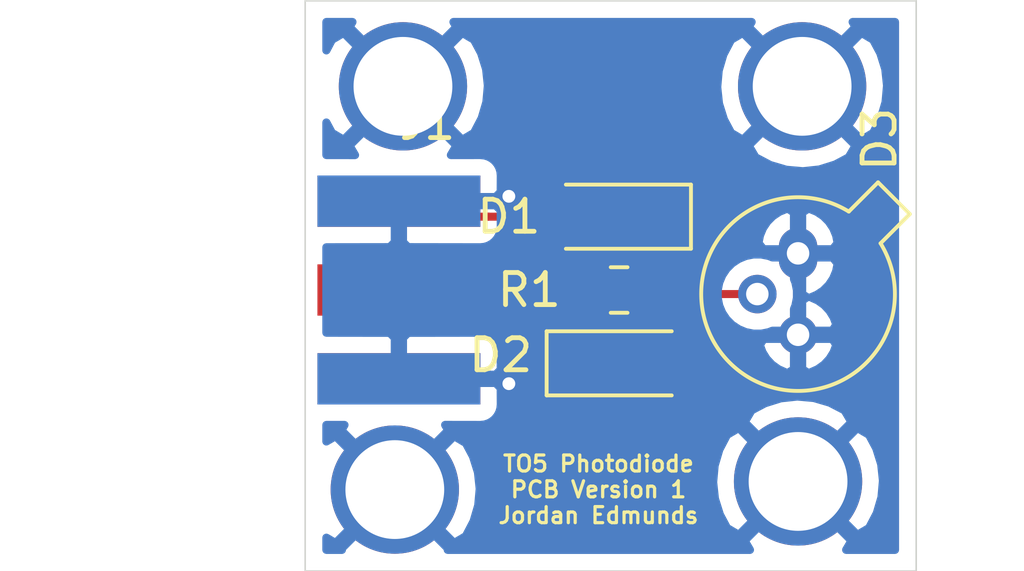
<source format=kicad_pcb>
(kicad_pcb (version 20171130) (host pcbnew "(5.1.6-0-10_14)")

  (general
    (thickness 1.6)
    (drawings 5)
    (tracks 26)
    (zones 0)
    (modules 9)
    (nets 4)
  )

  (page A4)
  (layers
    (0 F.Cu signal)
    (31 B.Cu signal)
    (32 B.Adhes user)
    (33 F.Adhes user)
    (34 B.Paste user)
    (35 F.Paste user)
    (36 B.SilkS user)
    (37 F.SilkS user)
    (38 B.Mask user)
    (39 F.Mask user)
    (40 Dwgs.User user)
    (41 Cmts.User user)
    (42 Eco1.User user)
    (43 Eco2.User user)
    (44 Edge.Cuts user)
    (45 Margin user)
    (46 B.CrtYd user)
    (47 F.CrtYd user)
    (48 B.Fab user)
    (49 F.Fab user)
  )

  (setup
    (last_trace_width 0.25)
    (trace_clearance 0.2)
    (zone_clearance 0.508)
    (zone_45_only no)
    (trace_min 0.2)
    (via_size 0.8)
    (via_drill 0.4)
    (via_min_size 0.4)
    (via_min_drill 0.3)
    (uvia_size 0.3)
    (uvia_drill 0.1)
    (uvias_allowed no)
    (uvia_min_size 0.2)
    (uvia_min_drill 0.1)
    (edge_width 0.05)
    (segment_width 0.2)
    (pcb_text_width 0.3)
    (pcb_text_size 1.5 1.5)
    (mod_edge_width 0.12)
    (mod_text_size 1 1)
    (mod_text_width 0.15)
    (pad_size 1.524 1.524)
    (pad_drill 0.762)
    (pad_to_mask_clearance 0.05)
    (aux_axis_origin 0 0)
    (visible_elements FFFFFF7F)
    (pcbplotparams
      (layerselection 0x010fc_ffffffff)
      (usegerberextensions false)
      (usegerberattributes true)
      (usegerberadvancedattributes true)
      (creategerberjobfile true)
      (excludeedgelayer true)
      (linewidth 0.100000)
      (plotframeref false)
      (viasonmask false)
      (mode 1)
      (useauxorigin false)
      (hpglpennumber 1)
      (hpglpenspeed 20)
      (hpglpendiameter 15.000000)
      (psnegative false)
      (psa4output false)
      (plotreference true)
      (plotvalue true)
      (plotinvisibletext false)
      (padsonsilk false)
      (subtractmaskfromsilk false)
      (outputformat 1)
      (mirror false)
      (drillshape 0)
      (scaleselection 1)
      (outputdirectory "gerbers"))
  )

  (net 0 "")
  (net 1 GND)
  (net 2 "Net-(D1-Pad1)")
  (net 3 "Net-(J1-Pad1)")

  (net_class Default "This is the default net class."
    (clearance 0.2)
    (trace_width 0.25)
    (via_dia 0.8)
    (via_drill 0.4)
    (uvia_dia 0.3)
    (uvia_drill 0.1)
    (add_net GND)
    (add_net "Net-(D1-Pad1)")
    (add_net "Net-(J1-Pad1)")
  )

  (module my_library_foot:CON-SMA-EDGE-S (layer F.Cu) (tedit 5F90BEC2) (tstamp 5F916A58)
    (at 140.531 94.615)
    (descr "Molex SMA RF Connectors, Edge Mount, (http://www.molex.com/pdm_docs/sd/732511150_sd.pdf)")
    (tags "sma edge")
    (path /5F998B03)
    (attr smd)
    (fp_text reference J1 (at -0.831 -5.207) (layer F.SilkS)
      (effects (font (size 1 1) (thickness 0.15)))
    )
    (fp_text value Conn_Coaxial (at -1.72 -7.11) (layer F.Fab)
      (effects (font (size 1 1) (thickness 0.15)))
    )
    (fp_text user %R (at -1.5 7) (layer F.Fab)
      (effects (font (size 1 1) (thickness 0.15)))
    )
    (fp_line (start -4.191 3.1595) (end -0.381 3.1595) (layer F.Fab) (width 0.12))
    (fp_line (start -0.381 2.3495) (end -0.381 3.1595) (layer F.Fab) (width 0.12))
    (fp_line (start -4.191 2.3495) (end -0.381 2.3495) (layer F.Fab) (width 0.12))
    (fp_line (start -4.191 0.3655) (end -0.381 0.3655) (layer F.Fab) (width 0.12))
    (fp_line (start -0.381 -0.4445) (end -0.381 0.3655) (layer F.Fab) (width 0.12))
    (fp_line (start -4.191 -0.4445) (end -0.381 -0.4445) (layer F.Fab) (width 0.12))
    (fp_line (start -0.4445 -3.2385) (end -0.4445 -2.4285) (layer F.Fab) (width 0.12))
    (fp_line (start -4.2545 -2.4285) (end -0.4445 -2.4285) (layer F.Fab) (width 0.12))
    (fp_line (start -4.2545 -3.2385) (end -0.4445 -3.2385) (layer F.Fab) (width 0.12))
    (fp_line (start -4.2545 -3.2385) (end -4.2555 3.175) (layer F.Fab) (width 0.12))
    (fp_line (start -5.9055 3.175) (end -4.2555 3.175) (layer F.Fab) (width 0.12))
    (fp_line (start -5.9055 -3.2385) (end -4.2555 -3.2385) (layer F.Fab) (width 0.12))
    (fp_line (start -5.9055 -3.18) (end -5.9055 3.18) (layer F.Fab) (width 0.12))
    (fp_line (start 1.5856 0.25) (end 1.5856 -0.25) (layer F.Fab) (width 0.1))
    (fp_line (start 1.0856 0) (end 1.5856 0.25) (layer F.Fab) (width 0.1))
    (fp_line (start 1.5856 -0.25) (end 1.0856 0) (layer F.Fab) (width 0.1))
    (fp_line (start -13.79 -2.65) (end -5.98 -2.65) (layer F.Fab) (width 0.1))
    (fp_line (start -13.79 -2.65) (end -13.79 2.65) (layer F.Fab) (width 0.1))
    (fp_line (start -13.79 2.65) (end -5.91 2.65) (layer F.Fab) (width 0.1))
    (fp_line (start 0.889 -3.683) (end 0.889 3.81) (layer F.CrtYd) (width 0.12))
    (fp_line (start 0.889 3.81) (end -14.097 3.81) (layer F.CrtYd) (width 0.12))
    (fp_line (start -14.097 3.81) (end -14.097 -3.683) (layer F.CrtYd) (width 0.12))
    (fp_line (start -14.097 -3.683) (end 0.889 -3.683) (layer F.CrtYd) (width 0.12))
    (fp_line (start -14.097 -3.683) (end 0.889 -3.683) (layer B.CrtYd) (width 0.12))
    (fp_line (start 0.889 -3.683) (end 0.889 3.81) (layer B.CrtYd) (width 0.12))
    (fp_line (start 0.889 3.81) (end -14.097 3.81) (layer B.CrtYd) (width 0.12))
    (fp_line (start -14.097 3.81) (end -14.097 -3.683) (layer B.CrtYd) (width 0.12))
    (pad 2 smd rect (at -1.72 2.77) (size 5.08 1.6) (layers B.Cu B.Paste B.Mask)
      (net 1 GND))
    (pad 2 smd rect (at -1.72 -2.77) (size 5.08 1.6) (layers B.Cu B.Paste B.Mask)
      (net 1 GND))
    (pad 2 smd rect (at -1.72 2.77) (size 5.08 1.6) (layers F.Cu F.Paste F.Mask)
      (net 1 GND))
    (pad 2 smd rect (at -1.72 -2.77) (size 5.08 1.6) (layers F.Cu F.Paste F.Mask)
      (net 1 GND))
    (pad 1 smd rect (at -1.72 0) (size 5.08 1.6) (layers F.Cu F.Paste F.Mask)
      (net 3 "Net-(J1-Pad1)"))
    (model ${KISYS3DMOD}/Connector_Coaxial.3dshapes/SMA_Molex_73251-1153_EdgeMount_Horizontal.wrl
      (at (xyz 0 0 0))
      (scale (xyz 1 1 1))
      (rotate (xyz 0 0 0))
    )
  )

  (module my_library_foot:m3_mounting_hole (layer F.Cu) (tedit 5F2DD124) (tstamp 5F916633)
    (at 151.384 88.265)
    (path /5F9A7151)
    (fp_text reference H4 (at 0 0.5) (layer F.SilkS) hide
      (effects (font (size 1 1) (thickness 0.15)))
    )
    (fp_text value MountingHole_Pad (at 0 -0.5) (layer F.Fab)
      (effects (font (size 1 1) (thickness 0.15)))
    )
    (pad 1 thru_hole circle (at 0 0) (size 4 4) (drill 3.08) (layers *.Cu *.Mask)
      (net 1 GND))
  )

  (module my_library_foot:m3_mounting_hole (layer F.Cu) (tedit 5F2DD124) (tstamp 5F91662E)
    (at 151.257 100.584)
    (path /5F9A6F4A)
    (fp_text reference H3 (at 0 0.5) (layer F.SilkS) hide
      (effects (font (size 1 1) (thickness 0.15)))
    )
    (fp_text value MountingHole_Pad (at 0 -0.5) (layer F.Fab)
      (effects (font (size 1 1) (thickness 0.15)))
    )
    (pad 1 thru_hole circle (at 0 0) (size 4 4) (drill 3.08) (layers *.Cu *.Mask)
      (net 1 GND))
  )

  (module my_library_foot:m3_mounting_hole (layer F.Cu) (tedit 5F2DD124) (tstamp 5F916629)
    (at 138.938 88.265)
    (path /5F9A6C85)
    (fp_text reference H2 (at 0 0.5) (layer F.SilkS) hide
      (effects (font (size 1 1) (thickness 0.15)))
    )
    (fp_text value MountingHole_Pad (at 0 -0.5) (layer F.Fab)
      (effects (font (size 1 1) (thickness 0.15)))
    )
    (pad 1 thru_hole circle (at 0 0) (size 4 4) (drill 3.08) (layers *.Cu *.Mask)
      (net 1 GND))
  )

  (module my_library_foot:m3_mounting_hole (layer F.Cu) (tedit 5F2DD124) (tstamp 5F916624)
    (at 138.684 100.838)
    (path /5F9A692F)
    (fp_text reference H1 (at 0 0.5) (layer F.SilkS) hide
      (effects (font (size 1 1) (thickness 0.15)))
    )
    (fp_text value MountingHole_Pad (at 0 -0.5) (layer F.Fab)
      (effects (font (size 1 1) (thickness 0.15)))
    )
    (pad 1 thru_hole circle (at 0 0) (size 4 4) (drill 3.08) (layers *.Cu *.Mask)
      (net 1 GND))
  )

  (module Resistor_SMD:R_0805_2012Metric_Pad1.15x1.40mm_HandSolder (layer F.Cu) (tedit 5B36C52B) (tstamp 5F9153D8)
    (at 145.678 94.615)
    (descr "Resistor SMD 0805 (2012 Metric), square (rectangular) end terminal, IPC_7351 nominal with elongated pad for handsoldering. (Body size source: https://docs.google.com/spreadsheets/d/1BsfQQcO9C6DZCsRaXUlFlo91Tg2WpOkGARC1WS5S8t0/edit?usp=sharing), generated with kicad-footprint-generator")
    (tags "resistor handsolder")
    (path /5F996E5E)
    (attr smd)
    (fp_text reference R1 (at -2.803 0) (layer F.SilkS)
      (effects (font (size 1 1) (thickness 0.15)))
    )
    (fp_text value 100R (at 0 1.65) (layer F.Fab)
      (effects (font (size 1 1) (thickness 0.15)))
    )
    (fp_text user %R (at 0 0) (layer F.Fab)
      (effects (font (size 0.5 0.5) (thickness 0.08)))
    )
    (fp_line (start -1 0.6) (end -1 -0.6) (layer F.Fab) (width 0.1))
    (fp_line (start -1 -0.6) (end 1 -0.6) (layer F.Fab) (width 0.1))
    (fp_line (start 1 -0.6) (end 1 0.6) (layer F.Fab) (width 0.1))
    (fp_line (start 1 0.6) (end -1 0.6) (layer F.Fab) (width 0.1))
    (fp_line (start -0.261252 -0.71) (end 0.261252 -0.71) (layer F.SilkS) (width 0.12))
    (fp_line (start -0.261252 0.71) (end 0.261252 0.71) (layer F.SilkS) (width 0.12))
    (fp_line (start -1.85 0.95) (end -1.85 -0.95) (layer F.CrtYd) (width 0.05))
    (fp_line (start -1.85 -0.95) (end 1.85 -0.95) (layer F.CrtYd) (width 0.05))
    (fp_line (start 1.85 -0.95) (end 1.85 0.95) (layer F.CrtYd) (width 0.05))
    (fp_line (start 1.85 0.95) (end -1.85 0.95) (layer F.CrtYd) (width 0.05))
    (pad 2 smd roundrect (at 1.025 0) (size 1.15 1.4) (layers F.Cu F.Paste F.Mask) (roundrect_rratio 0.217391)
      (net 2 "Net-(D1-Pad1)"))
    (pad 1 smd roundrect (at -1.025 0) (size 1.15 1.4) (layers F.Cu F.Paste F.Mask) (roundrect_rratio 0.217391)
      (net 3 "Net-(J1-Pad1)"))
    (model ${KISYS3DMOD}/Resistor_SMD.3dshapes/R_0805_2012Metric.wrl
      (at (xyz 0 0 0))
      (scale (xyz 1 1 1))
      (rotate (xyz 0 0 0))
    )
  )

  (module Package_TO_SOT_THT:TO-46-3_Window (layer F.Cu) (tedit 5A02FF81) (tstamp 5F91539B)
    (at 151.257 93.472 270)
    (descr "TO-46-3_Window, Window")
    (tags "TO-46-3_Window Window")
    (path /5F99588E)
    (fp_text reference D3 (at -3.556 -2.54 90) (layer F.SilkS)
      (effects (font (size 1 1) (thickness 0.15)))
    )
    (fp_text value Photodiode_can (at 1.27 4.02 90) (layer F.Fab)
      (effects (font (size 1 1) (thickness 0.15)))
    )
    (fp_arc (start 1.27 0) (end -0.312331 -2.572281) (angle 333.2) (layer F.SilkS) (width 0.12))
    (fp_arc (start 1.27 0) (end -0.329057 -2.419301) (angle 336.9) (layer F.Fab) (width 0.1))
    (fp_text user %R (at 1.27 -4.02 90) (layer F.Fab)
      (effects (font (size 1 1) (thickness 0.15)))
    )
    (fp_line (start -0.329057 -2.419301) (end -1.156372 -3.246616) (layer F.Fab) (width 0.1))
    (fp_line (start -1.156372 -3.246616) (end -1.976616 -2.426372) (layer F.Fab) (width 0.1))
    (fp_line (start -1.976616 -2.426372) (end -1.149301 -1.599057) (layer F.Fab) (width 0.1))
    (fp_line (start 1.553 -1.98) (end 3.25 -0.283) (layer F.Fab) (width 0.1))
    (fp_line (start 0.987 -1.98) (end 3.25 0.283) (layer F.Fab) (width 0.1))
    (fp_line (start 0.539 -1.862) (end 3.132 0.731) (layer F.Fab) (width 0.1))
    (fp_line (start 0.167 -1.669) (end 2.939 1.103) (layer F.Fab) (width 0.1))
    (fp_line (start -0.145 -1.415) (end 2.685 1.415) (layer F.Fab) (width 0.1))
    (fp_line (start -0.399 -1.103) (end 2.373 1.669) (layer F.Fab) (width 0.1))
    (fp_line (start -0.592 -0.731) (end 2.001 1.862) (layer F.Fab) (width 0.1))
    (fp_line (start -0.71 -0.283) (end 1.553 1.98) (layer F.Fab) (width 0.1))
    (fp_line (start -0.71 0.283) (end 0.987 1.98) (layer F.Fab) (width 0.1))
    (fp_line (start -0.312331 -2.572281) (end -1.224499 -3.484448) (layer F.SilkS) (width 0.12))
    (fp_line (start -1.224499 -3.484448) (end -2.214448 -2.494499) (layer F.SilkS) (width 0.12))
    (fp_line (start -2.214448 -2.494499) (end -1.302281 -1.582331) (layer F.SilkS) (width 0.12))
    (fp_line (start -2.23 -3.5) (end -2.23 3.15) (layer F.CrtYd) (width 0.05))
    (fp_line (start -2.23 3.15) (end 4.42 3.15) (layer F.CrtYd) (width 0.05))
    (fp_line (start 4.42 3.15) (end 4.42 -3.5) (layer F.CrtYd) (width 0.05))
    (fp_line (start 4.42 -3.5) (end -2.23 -3.5) (layer F.CrtYd) (width 0.05))
    (fp_circle (center 1.27 0) (end 3.67 0) (layer F.Fab) (width 0.1))
    (fp_circle (center 1.27 0) (end 3.27 0) (layer F.Fab) (width 0.1))
    (pad 3 thru_hole oval (at 2.54 0 270) (size 1.2 1.2) (drill 0.7) (layers *.Cu *.Mask)
      (net 1 GND))
    (pad 2 thru_hole oval (at 1.27 1.27 270) (size 1.2 1.2) (drill 0.7) (layers *.Cu *.Mask)
      (net 2 "Net-(D1-Pad1)"))
    (pad 1 thru_hole oval (at 0 0 270) (size 1.6 1.2) (drill 0.7) (layers *.Cu *.Mask)
      (net 1 GND))
    (model ${KISYS3DMOD}/Package_TO_SOT_THT.3dshapes/TO-46-3_Window.wrl
      (at (xyz 0 0 0))
      (scale (xyz 1 1 1))
      (rotate (xyz 0 0 0))
    )
  )

  (module Diode_SMD:D_SOD-123 (layer F.Cu) (tedit 58645DC7) (tstamp 5F916074)
    (at 145.668 96.901)
    (descr SOD-123)
    (tags SOD-123)
    (path /5F996517)
    (attr smd)
    (fp_text reference D2 (at -3.682 -0.254) (layer F.SilkS)
      (effects (font (size 1 1) (thickness 0.15)))
    )
    (fp_text value DIODE (at 0 2.1) (layer F.Fab)
      (effects (font (size 1 1) (thickness 0.15)))
    )
    (fp_text user %R (at 0 -2) (layer F.Fab)
      (effects (font (size 1 1) (thickness 0.15)))
    )
    (fp_line (start -2.25 -1) (end -2.25 1) (layer F.SilkS) (width 0.12))
    (fp_line (start 0.25 0) (end 0.75 0) (layer F.Fab) (width 0.1))
    (fp_line (start 0.25 0.4) (end -0.35 0) (layer F.Fab) (width 0.1))
    (fp_line (start 0.25 -0.4) (end 0.25 0.4) (layer F.Fab) (width 0.1))
    (fp_line (start -0.35 0) (end 0.25 -0.4) (layer F.Fab) (width 0.1))
    (fp_line (start -0.35 0) (end -0.35 0.55) (layer F.Fab) (width 0.1))
    (fp_line (start -0.35 0) (end -0.35 -0.55) (layer F.Fab) (width 0.1))
    (fp_line (start -0.75 0) (end -0.35 0) (layer F.Fab) (width 0.1))
    (fp_line (start -1.4 0.9) (end -1.4 -0.9) (layer F.Fab) (width 0.1))
    (fp_line (start 1.4 0.9) (end -1.4 0.9) (layer F.Fab) (width 0.1))
    (fp_line (start 1.4 -0.9) (end 1.4 0.9) (layer F.Fab) (width 0.1))
    (fp_line (start -1.4 -0.9) (end 1.4 -0.9) (layer F.Fab) (width 0.1))
    (fp_line (start -2.35 -1.15) (end 2.35 -1.15) (layer F.CrtYd) (width 0.05))
    (fp_line (start 2.35 -1.15) (end 2.35 1.15) (layer F.CrtYd) (width 0.05))
    (fp_line (start 2.35 1.15) (end -2.35 1.15) (layer F.CrtYd) (width 0.05))
    (fp_line (start -2.35 -1.15) (end -2.35 1.15) (layer F.CrtYd) (width 0.05))
    (fp_line (start -2.25 1) (end 1.65 1) (layer F.SilkS) (width 0.12))
    (fp_line (start -2.25 -1) (end 1.65 -1) (layer F.SilkS) (width 0.12))
    (pad 2 smd rect (at 1.65 0) (size 0.9 1.2) (layers F.Cu F.Paste F.Mask)
      (net 2 "Net-(D1-Pad1)"))
    (pad 1 smd rect (at -1.65 0) (size 0.9 1.2) (layers F.Cu F.Paste F.Mask)
      (net 1 GND))
    (model ${KISYS3DMOD}/Diode_SMD.3dshapes/D_SOD-123.wrl
      (at (xyz 0 0 0))
      (scale (xyz 1 1 1))
      (rotate (xyz 0 0 0))
    )
  )

  (module Diode_SMD:D_SOD-123 (layer F.Cu) (tedit 58645DC7) (tstamp 5F915363)
    (at 145.668 92.329 180)
    (descr SOD-123)
    (tags SOD-123)
    (path /5F995F0E)
    (attr smd)
    (fp_text reference D1 (at 3.428 0) (layer F.SilkS)
      (effects (font (size 1 1) (thickness 0.15)))
    )
    (fp_text value DIODE (at 0 2.1) (layer F.Fab)
      (effects (font (size 1 1) (thickness 0.15)))
    )
    (fp_text user %R (at 0 -2 270) (layer F.Fab)
      (effects (font (size 1 1) (thickness 0.15)))
    )
    (fp_line (start -2.25 -1) (end -2.25 1) (layer F.SilkS) (width 0.12))
    (fp_line (start 0.25 0) (end 0.75 0) (layer F.Fab) (width 0.1))
    (fp_line (start 0.25 0.4) (end -0.35 0) (layer F.Fab) (width 0.1))
    (fp_line (start 0.25 -0.4) (end 0.25 0.4) (layer F.Fab) (width 0.1))
    (fp_line (start -0.35 0) (end 0.25 -0.4) (layer F.Fab) (width 0.1))
    (fp_line (start -0.35 0) (end -0.35 0.55) (layer F.Fab) (width 0.1))
    (fp_line (start -0.35 0) (end -0.35 -0.55) (layer F.Fab) (width 0.1))
    (fp_line (start -0.75 0) (end -0.35 0) (layer F.Fab) (width 0.1))
    (fp_line (start -1.4 0.9) (end -1.4 -0.9) (layer F.Fab) (width 0.1))
    (fp_line (start 1.4 0.9) (end -1.4 0.9) (layer F.Fab) (width 0.1))
    (fp_line (start 1.4 -0.9) (end 1.4 0.9) (layer F.Fab) (width 0.1))
    (fp_line (start -1.4 -0.9) (end 1.4 -0.9) (layer F.Fab) (width 0.1))
    (fp_line (start -2.35 -1.15) (end 2.35 -1.15) (layer F.CrtYd) (width 0.05))
    (fp_line (start 2.35 -1.15) (end 2.35 1.15) (layer F.CrtYd) (width 0.05))
    (fp_line (start 2.35 1.15) (end -2.35 1.15) (layer F.CrtYd) (width 0.05))
    (fp_line (start -2.35 -1.15) (end -2.35 1.15) (layer F.CrtYd) (width 0.05))
    (fp_line (start -2.25 1) (end 1.65 1) (layer F.SilkS) (width 0.12))
    (fp_line (start -2.25 -1) (end 1.65 -1) (layer F.SilkS) (width 0.12))
    (pad 2 smd rect (at 1.65 0 180) (size 0.9 1.2) (layers F.Cu F.Paste F.Mask)
      (net 1 GND))
    (pad 1 smd rect (at -1.65 0 180) (size 0.9 1.2) (layers F.Cu F.Paste F.Mask)
      (net 2 "Net-(D1-Pad1)"))
    (model ${KISYS3DMOD}/Diode_SMD.3dshapes/D_SOD-123.wrl
      (at (xyz 0 0 0))
      (scale (xyz 1 1 1))
      (rotate (xyz 0 0 0))
    )
  )

  (gr_text "TO5 Photodiode\nPCB Version 1\nJordan Edmunds" (at 145.034 100.838) (layer F.SilkS)
    (effects (font (size 0.5 0.5) (thickness 0.1)))
  )
  (gr_line (start 135.89 103.378) (end 135.89 85.598) (layer Edge.Cuts) (width 0.05) (tstamp 5F915F8C))
  (gr_line (start 154.94 103.378) (end 135.89 103.378) (layer Edge.Cuts) (width 0.05) (tstamp 5F9166DE))
  (gr_line (start 154.94 85.598) (end 154.94 103.378) (layer Edge.Cuts) (width 0.05))
  (gr_line (start 135.89 85.598) (end 154.94 85.598) (layer Edge.Cuts) (width 0.05))

  (segment (start 144.018 92.329) (end 144.417 92.329) (width 0.25) (layer F.Cu) (net 1))
  (segment (start 139.295 92.329) (end 138.811 91.845) (width 0.25) (layer F.Cu) (net 1))
  (segment (start 143.448 97.471) (end 144.018 96.901) (width 0.25) (layer F.Cu) (net 1))
  (segment (start 141.801 97.471) (end 143.448 97.471) (width 0.25) (layer F.Cu) (net 1))
  (segment (start 141.715 97.385) (end 141.801 97.471) (width 0.25) (layer F.Cu) (net 1))
  (segment (start 138.811 97.385) (end 141.715 97.385) (width 0.25) (layer F.Cu) (net 1))
  (segment (start 141.605 92.329) (end 139.295 92.329) (width 0.25) (layer F.Cu) (net 1) (tstamp 5F9168CF))
  (segment (start 144.018 92.329) (end 141.605 92.329) (width 0.25) (layer F.Cu) (net 1))
  (segment (start 138.897 91.759) (end 138.811 91.845) (width 0.25) (layer F.Cu) (net 1))
  (segment (start 141.801 91.759) (end 138.897 91.759) (width 0.25) (layer F.Cu) (net 1))
  (segment (start 138.897 91.759) (end 138.811 91.845) (width 0.25) (layer B.Cu) (net 1))
  (segment (start 141.801 91.759) (end 138.897 91.759) (width 0.25) (layer B.Cu) (net 1))
  (via (at 142.24 91.694) (size 0.8) (drill 0.4) (layers F.Cu B.Cu) (net 1))
  (segment (start 142.089 91.845) (end 142.24 91.694) (width 0.25) (layer F.Cu) (net 1))
  (segment (start 138.811 91.845) (end 142.089 91.845) (width 0.25) (layer F.Cu) (net 1))
  (via (at 142.24 97.536) (size 0.8) (drill 0.4) (layers F.Cu B.Cu) (net 1))
  (segment (start 142.089 97.385) (end 142.24 97.536) (width 0.25) (layer F.Cu) (net 1))
  (segment (start 138.811 97.385) (end 142.089 97.385) (width 0.25) (layer F.Cu) (net 1))
  (segment (start 147.318 94) (end 146.703 94.615) (width 0.25) (layer F.Cu) (net 2))
  (segment (start 147.318 92.329) (end 147.318 94) (width 0.25) (layer F.Cu) (net 2))
  (segment (start 146.703 94.615) (end 146.703 94.633) (width 0.25) (layer F.Cu) (net 2))
  (segment (start 147.318 95.23) (end 146.703 94.615) (width 0.25) (layer F.Cu) (net 2))
  (segment (start 147.318 96.901) (end 147.318 95.23) (width 0.25) (layer F.Cu) (net 2))
  (segment (start 146.83 94.742) (end 146.703 94.615) (width 0.25) (layer F.Cu) (net 2))
  (segment (start 149.987 94.742) (end 146.83 94.742) (width 0.25) (layer F.Cu) (net 2))
  (segment (start 138.811 94.615) (end 144.653 94.615) (width 0.25) (layer F.Cu) (net 3))

  (zone (net 1) (net_name GND) (layer B.Cu) (tstamp 5F917C83) (hatch edge 0.508)
    (connect_pads (clearance 0.508))
    (min_thickness 0.254)
    (fill yes (arc_segments 32) (thermal_gap 0.508) (thermal_bridge_width 0.508))
    (polygon
      (pts
        (xy 154.94 103.378) (xy 135.89 103.378) (xy 135.89 85.598) (xy 154.94 85.598)
      )
    )
    (filled_polygon
      (pts
        (xy 137.270106 86.417501) (xy 138.938 88.085395) (xy 140.605894 86.417501) (xy 140.511904 86.258) (xy 149.810096 86.258)
        (xy 149.716106 86.417501) (xy 151.384 88.085395) (xy 153.051894 86.417501) (xy 152.957904 86.258) (xy 154.28 86.258)
        (xy 154.280001 102.718) (xy 152.756066 102.718) (xy 152.924894 102.431499) (xy 151.257 100.763605) (xy 149.589106 102.431499)
        (xy 149.757934 102.718) (xy 140.332742 102.718) (xy 140.351894 102.685499) (xy 138.684 101.017605) (xy 137.016106 102.685499)
        (xy 137.035258 102.718) (xy 136.55 102.718) (xy 136.55 102.337066) (xy 136.836501 102.505894) (xy 138.504395 100.838)
        (xy 138.863605 100.838) (xy 140.531499 102.505894) (xy 140.898258 102.289772) (xy 141.138938 101.829895) (xy 141.285275 101.331902)
        (xy 141.331648 100.814929) (xy 141.309346 100.607071) (xy 148.609352 100.607071) (xy 148.664727 101.123159) (xy 148.819721 101.618526)
        (xy 149.042742 102.035772) (xy 149.409501 102.251894) (xy 151.077395 100.584) (xy 151.436605 100.584) (xy 153.104499 102.251894)
        (xy 153.471258 102.035772) (xy 153.711938 101.575895) (xy 153.858275 101.077902) (xy 153.904648 100.560929) (xy 153.849273 100.044841)
        (xy 153.694279 99.549474) (xy 153.471258 99.132228) (xy 153.104499 98.916106) (xy 151.436605 100.584) (xy 151.077395 100.584)
        (xy 149.409501 98.916106) (xy 149.042742 99.132228) (xy 148.802062 99.592105) (xy 148.655725 100.090098) (xy 148.609352 100.607071)
        (xy 141.309346 100.607071) (xy 141.276273 100.298841) (xy 141.121279 99.803474) (xy 140.898258 99.386228) (xy 140.531499 99.170106)
        (xy 138.863605 100.838) (xy 138.504395 100.838) (xy 136.836501 99.170106) (xy 136.55 99.338934) (xy 136.55 98.822692)
        (xy 137.115446 98.821921) (xy 137.016106 98.990501) (xy 138.684 100.658395) (xy 140.351894 98.990501) (xy 140.25235 98.821575)
        (xy 141.351 98.823072) (xy 141.475482 98.810812) (xy 141.59518 98.774502) (xy 141.666273 98.736501) (xy 149.589106 98.736501)
        (xy 151.257 100.404395) (xy 152.924894 98.736501) (xy 152.708772 98.369742) (xy 152.248895 98.129062) (xy 151.750902 97.982725)
        (xy 151.233929 97.936352) (xy 150.717841 97.991727) (xy 150.222474 98.146721) (xy 149.805228 98.369742) (xy 149.589106 98.736501)
        (xy 141.666273 98.736501) (xy 141.705494 98.715537) (xy 141.802185 98.636185) (xy 141.881537 98.539494) (xy 141.940502 98.42918)
        (xy 141.976812 98.309482) (xy 141.989072 98.185) (xy 141.986 97.67075) (xy 141.82725 97.512) (xy 138.938 97.512)
        (xy 138.938 97.532) (xy 138.684 97.532) (xy 138.684 97.512) (xy 138.664 97.512) (xy 138.664 97.258)
        (xy 138.684 97.258) (xy 138.684 96.10875) (xy 138.938 96.10875) (xy 138.938 97.258) (xy 141.82725 97.258)
        (xy 141.986 97.09925) (xy 141.989072 96.585) (xy 141.976812 96.460518) (xy 141.940502 96.34082) (xy 141.934511 96.32961)
        (xy 150.063533 96.32961) (xy 150.148428 96.556341) (xy 150.275925 96.762153) (xy 150.441124 96.939137) (xy 150.637676 97.080492)
        (xy 150.858029 97.180785) (xy 150.939391 97.205462) (xy 151.13 97.080731) (xy 151.13 96.139) (xy 151.384 96.139)
        (xy 151.384 97.080731) (xy 151.574609 97.205462) (xy 151.655971 97.180785) (xy 151.876324 97.080492) (xy 152.072876 96.939137)
        (xy 152.238075 96.762153) (xy 152.365572 96.556341) (xy 152.450467 96.32961) (xy 152.326709 96.139) (xy 151.384 96.139)
        (xy 151.13 96.139) (xy 150.187291 96.139) (xy 150.063533 96.32961) (xy 141.934511 96.32961) (xy 141.881537 96.230506)
        (xy 141.802185 96.133815) (xy 141.705494 96.054463) (xy 141.59518 95.995498) (xy 141.475482 95.959188) (xy 141.351 95.946928)
        (xy 139.09675 95.95) (xy 138.938 96.10875) (xy 138.684 96.10875) (xy 138.52525 95.95) (xy 136.55 95.947308)
        (xy 136.55 94.620363) (xy 148.752 94.620363) (xy 148.752 94.863637) (xy 148.79946 95.102236) (xy 148.892557 95.326992)
        (xy 149.027713 95.529267) (xy 149.199733 95.701287) (xy 149.402008 95.836443) (xy 149.626764 95.92954) (xy 149.865363 95.977)
        (xy 150.108637 95.977) (xy 150.347236 95.92954) (xy 150.454765 95.885) (xy 151.13 95.885) (xy 151.13 95.209765)
        (xy 151.17454 95.102236) (xy 151.222 94.863637) (xy 151.222 94.620363) (xy 151.17454 94.381764) (xy 151.13 94.274235)
        (xy 151.13 93.599) (xy 151.384 93.599) (xy 151.384 94.740731) (xy 151.538755 94.842) (xy 151.384 94.943269)
        (xy 151.384 95.885) (xy 152.326709 95.885) (xy 152.450467 95.69439) (xy 152.365572 95.467659) (xy 152.238075 95.261847)
        (xy 152.072876 95.084863) (xy 151.876324 94.943508) (xy 151.656188 94.843314) (xy 151.841907 94.766396) (xy 152.044174 94.631258)
        (xy 152.216191 94.459256) (xy 152.351346 94.257) (xy 152.444446 94.032263) (xy 152.491913 93.793681) (xy 152.336994 93.599)
        (xy 151.384 93.599) (xy 151.13 93.599) (xy 150.454765 93.599) (xy 150.347236 93.55446) (xy 150.108637 93.507)
        (xy 149.865363 93.507) (xy 149.626764 93.55446) (xy 149.402008 93.647557) (xy 149.199733 93.782713) (xy 149.027713 93.954733)
        (xy 148.892557 94.157008) (xy 148.79946 94.381764) (xy 148.752 94.620363) (xy 136.55 94.620363) (xy 136.55 93.282692)
        (xy 138.52525 93.28) (xy 138.684 93.12125) (xy 138.684 91.972) (xy 138.938 91.972) (xy 138.938 93.12125)
        (xy 139.09675 93.28) (xy 141.351 93.283072) (xy 141.475482 93.270812) (xy 141.59518 93.234502) (xy 141.705494 93.175537)
        (xy 141.736222 93.150319) (xy 150.022087 93.150319) (xy 150.177006 93.345) (xy 151.13 93.345) (xy 151.13 92.203269)
        (xy 151.384 92.203269) (xy 151.384 93.345) (xy 152.336994 93.345) (xy 152.491913 93.150319) (xy 152.444446 92.911737)
        (xy 152.351346 92.687) (xy 152.216191 92.484744) (xy 152.044174 92.312742) (xy 151.841907 92.177604) (xy 151.617162 92.084523)
        (xy 151.574609 92.078538) (xy 151.384 92.203269) (xy 151.13 92.203269) (xy 150.939391 92.078538) (xy 150.896838 92.084523)
        (xy 150.672093 92.177604) (xy 150.469826 92.312742) (xy 150.297809 92.484744) (xy 150.162654 92.687) (xy 150.069554 92.911737)
        (xy 150.022087 93.150319) (xy 141.736222 93.150319) (xy 141.802185 93.096185) (xy 141.881537 92.999494) (xy 141.940502 92.88918)
        (xy 141.976812 92.769482) (xy 141.989072 92.645) (xy 141.986 92.13075) (xy 141.82725 91.972) (xy 138.938 91.972)
        (xy 138.684 91.972) (xy 138.664 91.972) (xy 138.664 91.718) (xy 138.684 91.718) (xy 138.684 91.698)
        (xy 138.938 91.698) (xy 138.938 91.718) (xy 141.82725 91.718) (xy 141.986 91.55925) (xy 141.989072 91.045)
        (xy 141.976812 90.920518) (xy 141.940502 90.80082) (xy 141.881537 90.690506) (xy 141.802185 90.593815) (xy 141.705494 90.514463)
        (xy 141.59518 90.455498) (xy 141.475482 90.419188) (xy 141.351 90.406928) (xy 140.431656 90.408181) (xy 140.605894 90.112499)
        (xy 149.716106 90.112499) (xy 149.932228 90.479258) (xy 150.392105 90.719938) (xy 150.890098 90.866275) (xy 151.407071 90.912648)
        (xy 151.923159 90.857273) (xy 152.418526 90.702279) (xy 152.835772 90.479258) (xy 153.051894 90.112499) (xy 151.384 88.444605)
        (xy 149.716106 90.112499) (xy 140.605894 90.112499) (xy 138.938 88.444605) (xy 137.270106 90.112499) (xy 137.444548 90.408527)
        (xy 136.55 90.407308) (xy 136.55 89.391721) (xy 136.723742 89.716772) (xy 137.090501 89.932894) (xy 138.758395 88.265)
        (xy 139.117605 88.265) (xy 140.785499 89.932894) (xy 141.152258 89.716772) (xy 141.392938 89.256895) (xy 141.539275 88.758902)
        (xy 141.581509 88.288071) (xy 148.736352 88.288071) (xy 148.791727 88.804159) (xy 148.946721 89.299526) (xy 149.169742 89.716772)
        (xy 149.536501 89.932894) (xy 151.204395 88.265) (xy 151.563605 88.265) (xy 153.231499 89.932894) (xy 153.598258 89.716772)
        (xy 153.838938 89.256895) (xy 153.985275 88.758902) (xy 154.031648 88.241929) (xy 153.976273 87.725841) (xy 153.821279 87.230474)
        (xy 153.598258 86.813228) (xy 153.231499 86.597106) (xy 151.563605 88.265) (xy 151.204395 88.265) (xy 149.536501 86.597106)
        (xy 149.169742 86.813228) (xy 148.929062 87.273105) (xy 148.782725 87.771098) (xy 148.736352 88.288071) (xy 141.581509 88.288071)
        (xy 141.585648 88.241929) (xy 141.530273 87.725841) (xy 141.375279 87.230474) (xy 141.152258 86.813228) (xy 140.785499 86.597106)
        (xy 139.117605 88.265) (xy 138.758395 88.265) (xy 137.090501 86.597106) (xy 136.723742 86.813228) (xy 136.55 87.145204)
        (xy 136.55 86.258) (xy 137.364096 86.258)
      )
    )
  )
)

</source>
